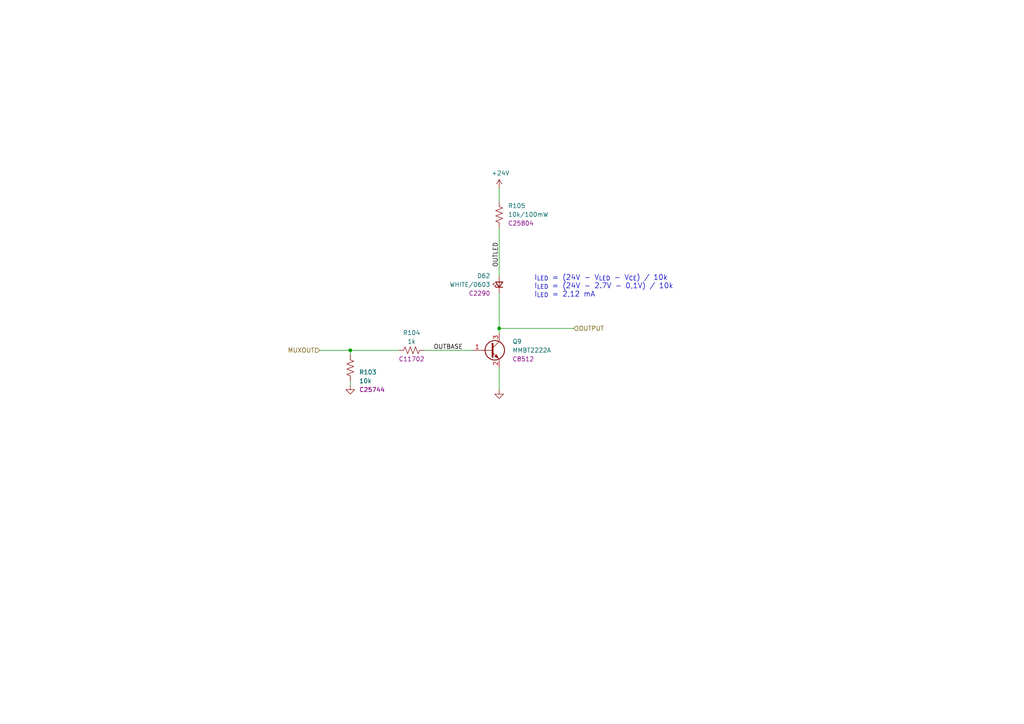
<source format=kicad_sch>
(kicad_sch (version 20250114) (generator "eeschema") (generator_version "9.0")
  (paper "A4")
  (title_block (title "ESP 24V 16xIn/16xOut/1-Wire Module") (date "2026-01-06") (rev "V5.1"))
  (lib_symbols
    (symbol "Device:LED_Small" (pin_numbers (hide yes)) (pin_names (offset 0.254) (hide yes))
      (property "Reference" "D" (at -1.27 3.175 0))
      (property "Value" "LED_Small" (at -4.445 -2.54 0))
      (symbol "LED_Small_0_1"
        (polyline (pts (xy -0.762 -1.016) (xy -0.762 1.016)) (stroke (width 0.254)))
        (polyline (pts (xy 0 0.762) (xy -0.508 1.27) (xy -0.254 1.27) (xy -0.508 1.27) (xy -0.508 1.016)))
        (polyline (pts (xy 0.508 1.27) (xy 0 1.778) (xy 0.254 1.778) (xy 0 1.778) (xy 0 1.524)))
        (polyline (pts (xy 0.762 -1.016) (xy -0.762 0) (xy 0.762 1.016) (xy 0.762 -1.016)) (stroke (width 0.254)))
        (polyline (pts (xy 1.016 0) (xy -0.762 0)))
      )
      (symbol "LED_Small_1_1"
        (pin passive line (at -2.54 0 0) (length 1.778) (name "K") (number "1"))
        (pin passive line (at 2.54 0 180) (length 1.778) (name "A") (number "2"))
      )
    )
    (symbol "Device:R_US" (pin_numbers (hide yes)) (pin_names (offset 0))
      (property "Reference" "R" (at 2.54 0 90))
      (property "Value" "R_US" (at -2.54 0 90))
      (symbol "R_US_0_1"
        (polyline (pts (xy 0 2.286) (xy 0 2.54)))
        (polyline (pts (xy 0 2.286) (xy 1.016 1.905) (xy 0 1.524) (xy -1.016 1.143) (xy 0 0.762)))
        (polyline (pts (xy 0 0.762) (xy 1.016 0.381) (xy 0 0) (xy -1.016 -0.381) (xy 0 -0.762)))
        (polyline (pts (xy 0 -0.762) (xy 1.016 -1.143) (xy 0 -1.524) (xy -1.016 -1.905) (xy 0 -2.286)))
        (polyline (pts (xy 0 -2.286) (xy 0 -2.54)))
      )
      (symbol "R_US_1_1"
        (pin passive line (at 0 3.81 270) (length 1.27) (name "~") (number "1"))
        (pin passive line (at 0 -3.81 90) (length 1.27) (name "~") (number "2"))
      )
    )
    (symbol "Transistor_BJT:Q_NPN_BEC" (pin_names (offset 0) (hide yes))
      (property "Reference" "Q" (at 5.08 1.27 0))
      (property "Value" "Q_NPN_BEC" (at 5.08 -1.27 0))
      (symbol "Q_NPN_BEC_0_1"
        (polyline (pts (xy -2.54 0) (xy 0.635 0)))
        (polyline (pts (xy 0.635 1.905) (xy 0.635 -1.905)) (stroke (width 0.508)))
        (circle (center 1.27 0) (radius 2.8194) (stroke (width 0.254)))
      )
      (symbol "Q_NPN_BEC_1_1"
        (polyline (pts (xy 0.635 0.635) (xy 2.54 2.54)))
        (polyline (pts (xy 0.635 -0.635) (xy 2.54 -2.54)))
        (polyline (pts (xy 1.27 -1.778) (xy 1.778 -1.27) (xy 2.286 -2.286) (xy 1.27 -1.778)) (fill (type outline)))
        (pin input line (at -5.08 0 0) (length 2.54) (name "B") (number "1"))
        (pin passive line (at 2.54 5.08 270) (length 2.54) (name "C") (number "3"))
        (pin passive line (at 2.54 -5.08 90) (length 2.54) (name "E") (number "2"))
      )
    )
    (symbol "power:+24V" (power) (pin_numbers (hide yes)) (pin_names (offset 0) (hide yes))
      (property "Value" "+24V" (at 0 3.556 0))
      (symbol "+24V_0_1"
        (polyline (pts (xy -0.762 1.27) (xy 0 2.54)))
        (polyline (pts (xy 0 2.54) (xy 0.762 1.27)))
        (polyline (pts (xy 0 0) (xy 0 2.54)))
      )
      (symbol "+24V_1_1"
        (pin power_in line (at 0 0 90) (length 0) (name "~") (number "1"))
      )
    )
    (symbol "power:GND" (power) (pin_numbers (hide yes)) (pin_names (offset 0) (hide yes))
      (property "Value" "GND" (at 0 -3.81 0))
      (symbol "GND_0_1"
        (polyline (pts (xy 0 0) (xy 0 -1.27) (xy 1.27 -1.27) (xy 0 -2.54) (xy -1.27 -1.27) (xy 0 -1.27)))
      )
      (symbol "GND_1_1"
        (pin power_in line (at 0 0 270) (length 0) (name "~") (number "1"))
      )
    )
  )
  (text "I_{LED} = (24V - V_{LED} - V_{CE}) / 10k\nI_{LED} = (24V - 2.7V - 0,1V) / 10k\nI_{LED} = 2,12 mA" (at 154.94 86.36 0) (effects (font (size 1.5 1.5)) (justify left bottom)))
  (junction (at 101.6 101.6))
  (junction (at 144.78 95.25))
  (wire (pts (xy 144.78 113.03) (xy 144.78 106.68)))
  (wire (pts (xy 123.19 101.6) (xy 137.16 101.6)))
  (wire (pts (xy 144.78 66.04) (xy 144.78 80.01)))
  (wire (pts (xy 101.6 101.6) (xy 115.57 101.6)))
  (wire (pts (xy 92.71 101.6) (xy 101.6 101.6)))
  (wire (pts (xy 144.78 85.09) (xy 144.78 95.25)))
  (wire (pts (xy 144.78 95.25) (xy 144.78 96.52)))
  (wire (pts (xy 101.6 110.49) (xy 101.6 111.76)))
  (wire (pts (xy 144.78 54.61) (xy 144.78 58.42)))
  (wire (pts (xy 166.37 95.25) (xy 144.78 95.25)))
  (wire (pts (xy 101.6 101.6) (xy 101.6 102.87)))
  (label "OUTBASE" (at 125.73 101.6 0))
  (label "OUTLED" (at 144.78 77.47 90))
  (hierarchical_label "OUTPUT" (shape input) (at 166.37 95.25 0))
  (hierarchical_label "MUXOUT" (shape input) (at 92.71 101.6 180))
  (symbol (lib_id "power:GND") (at 101.6 111.76 0) (unit 1)
    (property "Reference" "#PWR0113" (effects (hide yes)))
    (property "Value" "GND" (effects (hide yes)))
    (property "Description" "Power symbol creates a global label with name \"GND\" , ground" (effects (hide yes)))
    (instances (project "esp-24v-16ch-v5" (path "" (reference "#PWR0128") (unit 1)) (path "" (reference "#PWR0119") (unit 1)) (path "" (reference "#PWR0122") (unit 1)) (path "" (reference "#PWR0116") (unit 1)) (path "" (reference "#PWR0125") (unit 1)) (path "" (reference "#PWR0131") (unit 1)) (path "" (reference "#PWR0134") (unit 1)) (path "" (reference "#PWR0113") (unit 1))))
  )
  (symbol (lib_id "power:+24V") (at 144.78 54.61 0) (unit 1)
    (property "Reference" "#PWR0114" (effects (hide yes)))
    (property "Value" "+24V" (at 145.161 50.2158 0))
    (property "Description" "Power symbol creates a global label with name \"+24V\"" (effects (hide yes)))
    (instances (project "esp-24v-16ch-v5" (path "" (reference "#PWR0129") (unit 1)) (path "" (reference "#PWR0120") (unit 1)) (path "" (reference "#PWR0123") (unit 1)) (path "" (reference "#PWR0117") (unit 1)) (path "" (reference "#PWR0126") (unit 1)) (path "" (reference "#PWR0132") (unit 1)) (path "" (reference "#PWR0135") (unit 1)) (path "" (reference "#PWR0114") (unit 1))))
  )
  (symbol (lib_id "Device:R_US") (at 144.78 62.23 0) (unit 1)
    (property "Reference" "R90" (at 147.32 59.69 0) (effects (justify left)))
    (property "Value" "10k/100mW" (at 147.32 62.23 0) (effects (justify left)))
    (property "Footprint" "Tales:R_0603_1608Metric" (effects (hide yes)))
    (property "Description" "Resistor, US symbol" (effects (hide yes)))
    (property "Case" "0603/1608" (effects (hide yes)))
    (property "Mfr" "Uniroyal" (effects (hide yes)))
    (property "Mfr PN" "0603WAF1002T5E" (effects (hide yes)))
    (property "Vendor" "JLCPCB" (effects (hide yes)))
    (property "Vendor PN" "C25804" (effects (hide yes)))
    (property "Technology" "1%" (effects (hide yes)))
    (property "LCSC Part #" "C25804" (at 147.32 64.77 0) (effects (justify left)))
    (property "JLCPCB BOM" "1" (effects (hide yes)))
    (instances (project "esp-24v-16ch-v5" (path "" (reference "R105") (unit 1)) (path "" (reference "R96") (unit 1)) (path "" (reference "R99") (unit 1)) (path "" (reference "R93") (unit 1)) (path "" (reference "R102") (unit 1)) (path "" (reference "R108") (unit 1)) (path "" (reference "R111") (unit 1)) (path "" (reference "R90") (unit 1))))
  )
  (symbol (lib_id "Device:R_US") (at 119.38 101.6 270) (unit 1)
    (property "Reference" "R89" (at 119.38 96.52 90))
    (property "Value" "1k" (at 119.38 99.06 90))
    (property "Footprint" "Tales:R_0402_1005Metric" (effects (hide yes)))
    (property "Description" "Resistor, US symbol" (effects (hide yes)))
    (property "Case" "0402/1005" (effects (hide yes)))
    (property "Mfr" "Uniroyal" (effects (hide yes)))
    (property "Mfr PN" "0402WGF1001TCE" (effects (hide yes)))
    (property "Vendor" "JLCPCB" (effects (hide yes)))
    (property "Vendor PN" "C11702" (effects (hide yes)))
    (property "Technology" "1%" (effects (hide yes)))
    (property "LCSC Part #" "C11702" (at 119.38 104.14 90))
    (property "JLCPCB BOM" "1" (effects (hide yes)))
    (instances (project "esp-24v-16ch-v5" (path "" (reference "R104") (unit 1)) (path "" (reference "R95") (unit 1)) (path "" (reference "R98") (unit 1)) (path "" (reference "R92") (unit 1)) (path "" (reference "R101") (unit 1)) (path "" (reference "R107") (unit 1)) (path "" (reference "R110") (unit 1)) (path "" (reference "R89") (unit 1))))
  )
  (symbol (lib_id "Device:LED_Small") (at 144.78 82.55 90) (unit 1)
    (property "Reference" "D57" (at 142.24 80.01 90) (effects (justify left)))
    (property "Value" "WHITE/0603" (at 142.24 82.55 90) (effects (justify left)))
    (property "Footprint" "Tales:LED_0603_1608Metric" (effects (hide yes)))
    (property "Description" "Light emitting diode, small symbol" (effects (hide yes)))
    (property "Case" "0603/1608" (effects (hide yes)))
    (property "Mfr" "Hubei KENTO Elec" (effects (hide yes)))
    (property "Mfr PN" "KT-0603W" (effects (hide yes)))
    (property "Vendor" "JLCPCB" (effects (hide yes)))
    (property "Vendor PN" "C2290" (effects (hide yes)))
    (property "LCSC Part #" "C2290" (at 142.24 85.09 90) (effects (justify left)))
    (property "JLCPCB BOM" "1" (effects (hide yes)))
    (property "Sim.Pin" "1=K 2=A" (effects (hide yes)))
    (instances (project "esp-24v-16ch-v5" (path "" (reference "D62") (unit 1)) (path "" (reference "D59") (unit 1)) (path "" (reference "D60") (unit 1)) (path "" (reference "D58") (unit 1)) (path "" (reference "D61") (unit 1)) (path "" (reference "D63") (unit 1)) (path "" (reference "D64") (unit 1)) (path "" (reference "D57") (unit 1))))
  )
  (symbol (lib_id "Device:R_US") (at 101.6 106.68 180) (unit 1)
    (property "Reference" "R88" (at 104.14 107.95 0) (effects (justify right)))
    (property "Value" "10k" (at 104.14 110.49 0) (effects (justify right)))
    (property "Footprint" "Tales:R_0402_1005Metric" (effects (hide yes)))
    (property "Description" "Resistor, US symbol" (effects (hide yes)))
    (property "Mfr" "Uniroyal" (effects (hide yes)))
    (property "Vendor" "JLCPCB" (effects (hide yes)))
    (property "Mfr PN" "0402WGF1002TCE" (effects (hide yes)))
    (property "Technology" "1%" (effects (hide yes)))
    (property "Vendor PN" "C25744" (effects (hide yes)))
    (property "LCSC Part #" "C25744" (at 104.14 113.03 0) (effects (justify right)))
    (property "JLCPCB BOM" "1" (effects (hide yes)))
    (property "Package" "0402/1005" (effects (hide yes)))
    (property "Case" "0402/1005" (effects (hide yes)))
    (instances (project "esp-24v-16ch-v5" (path "" (reference "R103") (unit 1)) (path "" (reference "R94") (unit 1)) (path "" (reference "R97") (unit 1)) (path "" (reference "R91") (unit 1)) (path "" (reference "R100") (unit 1)) (path "" (reference "R106") (unit 1)) (path "" (reference "R109") (unit 1)) (path "" (reference "R88") (unit 1))))
  )
  (symbol (lib_id "power:GND") (at 144.78 113.03 0) (unit 1)
    (property "Reference" "#PWR0115" (effects (hide yes)))
    (property "Value" "GND" (effects (hide yes)))
    (property "Description" "Power symbol creates a global label with name \"GND\" , ground" (effects (hide yes)))
    (instances (project "esp-24v-16ch-v5" (path "" (reference "#PWR0130") (unit 1)) (path "" (reference "#PWR0121") (unit 1)) (path "" (reference "#PWR0124") (unit 1)) (path "" (reference "#PWR0118") (unit 1)) (path "" (reference "#PWR0127") (unit 1)) (path "" (reference "#PWR0133") (unit 1)) (path "" (reference "#PWR0136") (unit 1)) (path "" (reference "#PWR0115") (unit 1))))
  )
  (symbol (lib_id "Transistor_BJT:Q_NPN_BEC") (at 142.24 101.6 0) (unit 1)
    (property "Reference" "Q4" (at 148.59 99.06 0) (effects (justify left)))
    (property "Value" "MMBT2222A" (at 148.59 101.6 0) (effects (justify left)))
    (property "Footprint" "Tales:SOT-23-Narrow" (effects (hide yes)))
    (property "Description" "NPN transistor, base/emitter/collector" (effects (hide yes)))
    (property "Case" "SOT-23-3" (effects (hide yes)))
    (property "Mfr" "Changjiang" (effects (hide yes)))
    (property "Mfr PN" "MMBT2222A" (effects (hide yes)))
    (property "Technology" "BJT" (effects (hide yes)))
    (property "Vendor" "JLCPCB" (effects (hide yes)))
    (property "Vendor PN" "C8512" (effects (hide yes)))
    (property "JLCPCB BOM" "1" (effects (hide yes)))
    (property "LCSC Part #" "C8512" (at 148.59 104.14 0) (effects (justify left)))
    (instances (project "esp-24v-16ch-v5" (path "" (reference "Q9") (unit 1)) (path "" (reference "Q6") (unit 1)) (path "" (reference "Q7") (unit 1)) (path "" (reference "Q5") (unit 1)) (path "" (reference "Q8") (unit 1)) (path "" (reference "Q10") (unit 1)) (path "" (reference "Q11") (unit 1)) (path "" (reference "Q4") (unit 1))))
  )
)
</source>
